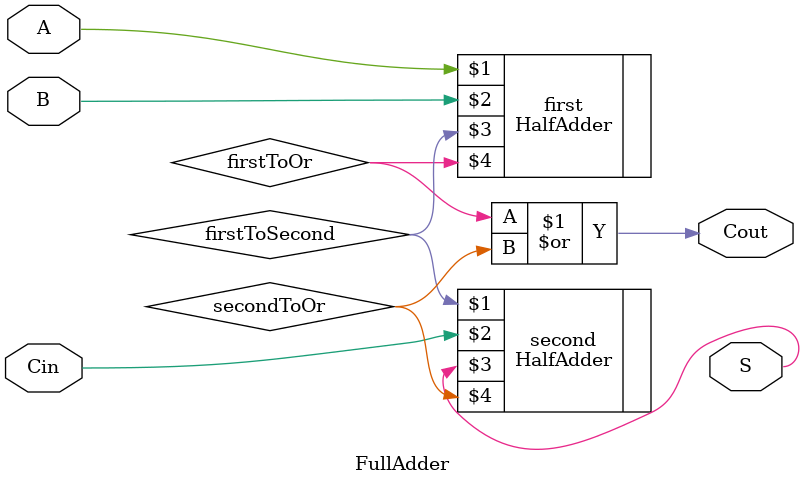
<source format=v>
module FullAdder (
    input A, B, Cin,
    output S, Cout
);
    
    wire firstToOr, firstToSecond, secondToOr;

    
    HalfAdder first(A, B, firstToSecond, firstToOr);
    HalfAdder second(firstToSecond, Cin, S, secondToOr);

    assign Cout = firstToOr | secondToOr;

endmodule

</source>
